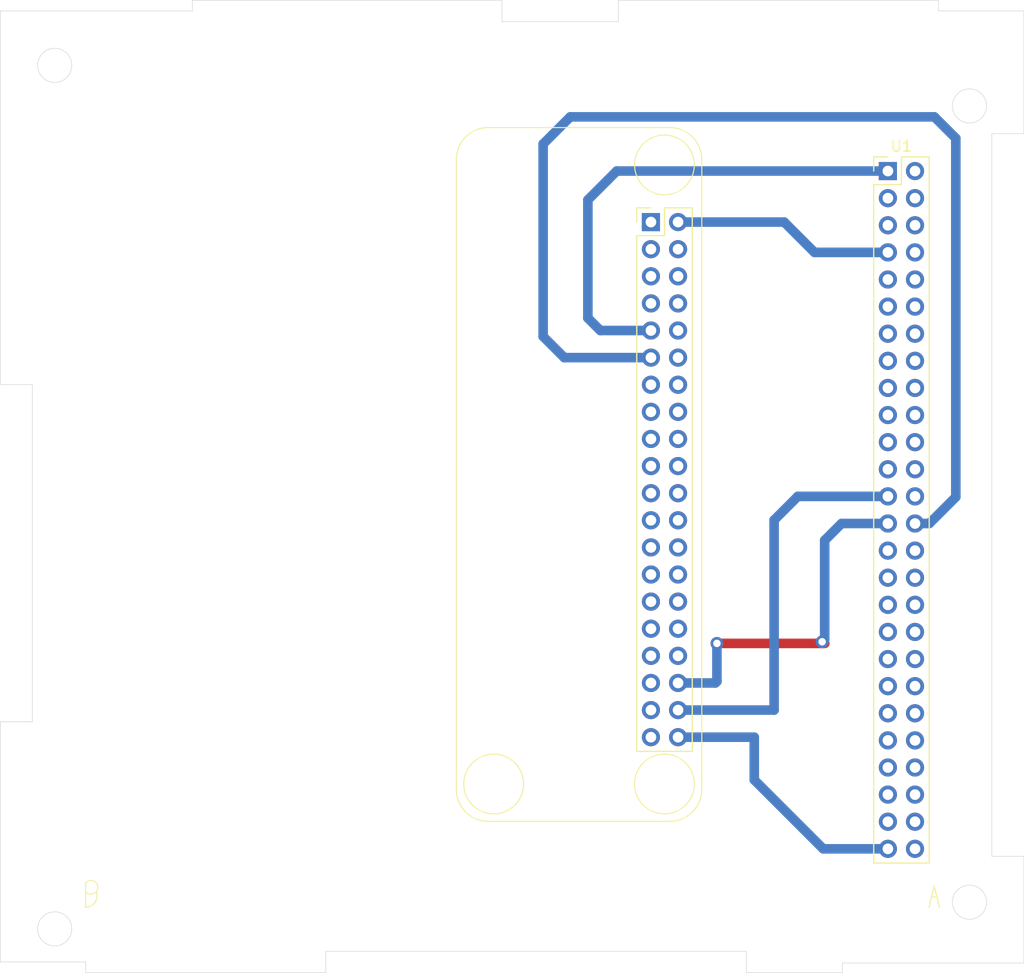
<source format=kicad_pcb>
(kicad_pcb (version 20240108) (generator "pcbnew") (generator_version "8.0")
  (layers (0 "F.Cu" signal) (31 "B.Cu" signal) (34 "B.Paste" user) (35 "F.Paste" user) (36 "B.SilkS" user "B.Silkscreen") (37 "F.SilkS" user "F.Silkscreen") (38 "B.Mask" user) (39 "F.Mask" user) (44 "Edge.Cuts" user))
  (net 0 "")
  (net 76 "Net-(U1-Pad1)")
  (net 77 "Net-(U1-Pad51)")
  (net 79 "Net-(U1-Pad7)")
  (net 82 "Net-(U1-Pad28)")
  (net 85 "Net-(U1-Pad27)")
  (net 86 "Net-(U1-Pad25)")
  (footprint "Library_0:raspberry-pi-zero-2x20" (layer "F.Cu") (at 110.96 44.78)
    (property "Reference" "U2" (hide yes))
    (property "Value" "~")
    (fp_line (start -1.33 -1.33) (end 0 -1.33) (stroke (width 0.12)) (layer "F.SilkS"))
    (fp_line (start -1.33 0) (end -1.33 -1.33) (stroke (width 0.12)) (layer "F.SilkS"))
    (fp_line (start -1.33 1.27) (end -1.33 49.59) (stroke (width 0.12)) (layer "F.SilkS"))
    (fp_line (start -1.33 1.27) (end 1.27 1.27) (stroke (width 0.12)) (layer "F.SilkS"))
    (fp_line (start -1.33 49.59) (end 3.87 49.59) (stroke (width 0.12)) (layer "F.SilkS"))
    (fp_line (start 1.27 -1.33) (end 3.87 -1.33) (stroke (width 0.12)) (layer "F.SilkS"))
    (fp_line (start 1.27 1.27) (end 1.27 -1.33) (stroke (width 0.12)) (layer "F.SilkS"))
    (fp_line (start 3.87 -1.33) (end 3.87 49.59) (stroke (width 0.12)) (layer "F.SilkS"))
    (pad "1" thru_hole rect (at 0 0) (size 1.7 1.7) (drill 1) (layers "*.Cu" "*.Mask"))
    (pad "2" thru_hole oval (at 2.54 0) (size 1.7 1.7) (drill 1) (layers "*.Cu" "*.Mask") (net 79 "Net-(U1-Pad7)"))
    (pad "3" thru_hole oval (at 0 2.54) (size 1.7 1.7) (drill 1) (layers "*.Cu" "*.Mask"))
    (pad "4" thru_hole oval (at 2.54 2.54) (size 1.7 1.7) (drill 1) (layers "*.Cu" "*.Mask"))
    (pad "5" thru_hole oval (at 0 5.08) (size 1.7 1.7) (drill 1) (layers "*.Cu" "*.Mask"))
    (pad "6" thru_hole oval (at 2.54 5.08) (size 1.7 1.7) (drill 1) (layers "*.Cu" "*.Mask"))
    (pad "7" thru_hole oval (at 0 7.62) (size 1.7 1.7) (drill 1) (layers "*.Cu" "*.Mask"))
    (pad "8" thru_hole oval (at 2.54 7.62) (size 1.7 1.7) (drill 1) (layers "*.Cu" "*.Mask"))
    (pad "9" thru_hole oval (at 0 10.16) (size 1.7 1.7) (drill 1) (layers "*.Cu" "*.Mask") (net 76 "Net-(U1-Pad1)"))
    (pad "10" thru_hole oval (at 2.54 10.16) (size 1.7 1.7) (drill 1) (layers "*.Cu" "*.Mask"))
    (pad "11" thru_hole oval (at 0 12.7) (size 1.7 1.7) (drill 1) (layers "*.Cu" "*.Mask") (net 82 "Net-(U1-Pad28)"))
    (pad "12" thru_hole oval (at 2.54 12.7) (size 1.7 1.7) (drill 1) (layers "*.Cu" "*.Mask"))
    (pad "13" thru_hole oval (at 0 15.24) (size 1.7 1.7) (drill 1) (layers "*.Cu" "*.Mask"))
    (pad "14" thru_hole oval (at 2.54 15.24) (size 1.7 1.7) (drill 1) (layers "*.Cu" "*.Mask"))
    (pad "15" thru_hole oval (at 0 17.78) (size 1.7 1.7) (drill 1) (layers "*.Cu" "*.Mask"))
    (pad "16" thru_hole oval (at 2.54 17.78) (size 1.7 1.7) (drill 1) (layers "*.Cu" "*.Mask"))
    (pad "17" thru_hole oval (at 0 20.32) (size 1.7 1.7) (drill 1) (layers "*.Cu" "*.Mask"))
    (pad "18" thru_hole oval (at 2.54 20.32) (size 1.7 1.7) (drill 1) (layers "*.Cu" "*.Mask"))
    (pad "19" thru_hole oval (at 0 22.86) (size 1.7 1.7) (drill 1) (layers "*.Cu" "*.Mask"))
    (pad "20" thru_hole oval (at 2.54 22.86) (size 1.7 1.7) (drill 1) (layers "*.Cu" "*.Mask"))
    (pad "21" thru_hole oval (at 0 25.4) (size 1.7 1.7) (drill 1) (layers "*.Cu" "*.Mask"))
    (pad "22" thru_hole oval (at 2.54 25.4) (size 1.7 1.7) (drill 1) (layers "*.Cu" "*.Mask"))
    (pad "23" thru_hole oval (at 0 27.94) (size 1.7 1.7) (drill 1) (layers "*.Cu" "*.Mask"))
    (pad "24" thru_hole oval (at 2.54 27.94) (size 1.7 1.7) (drill 1) (layers "*.Cu" "*.Mask"))
    (pad "25" thru_hole oval (at 0 30.48) (size 1.7 1.7) (drill 1) (layers "*.Cu" "*.Mask"))
    (pad "26" thru_hole oval (at 2.54 30.48) (size 1.7 1.7) (drill 1) (layers "*.Cu" "*.Mask"))
    (pad "27" thru_hole oval (at 0 33.02) (size 1.7 1.7) (drill 1) (layers "*.Cu" "*.Mask"))
    (pad "28" thru_hole oval (at 2.54 33.02) (size 1.7 1.7) (drill 1) (layers "*.Cu" "*.Mask"))
    (pad "29" thru_hole oval (at 0 35.56) (size 1.7 1.7) (drill 1) (layers "*.Cu" "*.Mask"))
    (pad "30" thru_hole oval (at 2.54 35.56) (size 1.7 1.7) (drill 1) (layers "*.Cu" "*.Mask"))
    (pad "31" thru_hole oval (at 0 38.1) (size 1.7 1.7) (drill 1) (layers "*.Cu" "*.Mask"))
    (pad "32" thru_hole oval (at 2.54 38.1) (size 1.7 1.7) (drill 1) (layers "*.Cu" "*.Mask"))
    (pad "33" thru_hole oval (at 0 40.64) (size 1.7 1.7) (drill 1) (layers "*.Cu" "*.Mask"))
    (pad "34" thru_hole oval (at 2.54 40.64) (size 1.7 1.7) (drill 1) (layers "*.Cu" "*.Mask"))
    (pad "35" thru_hole oval (at 0 43.18) (size 1.7 1.7) (drill 1) (layers "*.Cu" "*.Mask"))
    (pad "36" thru_hole oval (at 2.54 43.18) (size 1.7 1.7) (drill 1) (layers "*.Cu" "*.Mask") (net 85 "Net-(U1-Pad27)"))
    (pad "37" thru_hole oval (at 0 45.72) (size 1.7 1.7) (drill 1) (layers "*.Cu" "*.Mask"))
    (pad "38" thru_hole oval (at 2.54 45.72) (size 1.7 1.7) (drill 1) (layers "*.Cu" "*.Mask") (net 86 "Net-(U1-Pad25)"))
    (pad "39" thru_hole oval (at 0 48.26) (size 1.7 1.7) (drill 1) (layers "*.Cu" "*.Mask"))
    (pad "40" thru_hole oval (at 2.54 48.26) (size 1.7 1.7) (drill 1) (layers "*.Cu" "*.Mask") (net 77 "Net-(U1-Pad51)"))
  )
  (footprint "Library_0:Esat-Header_2x26" (layer "F.Cu") (at 133.16 40)
    (property "Reference" "U1" (at 1.27 -2.33 0) (layer "F.SilkS"))
    (property "Value" "~" (hide yes))
    (fp_line (start -1.33 -1.33) (end 0 -1.33) (stroke (width 0.12)) (layer "F.SilkS"))
    (fp_line (start -1.33 0) (end -1.33 -1.33) (stroke (width 0.12)) (layer "F.SilkS"))
    (fp_line (start -1.33 1.27) (end -1.33 64.83) (stroke (width 0.12)) (layer "F.SilkS"))
    (fp_line (start -1.33 1.27) (end 1.27 1.27) (stroke (width 0.12)) (layer "F.SilkS"))
    (fp_line (start -1.33 64.83) (end 3.87 64.83) (stroke (width 0.12)) (layer "F.SilkS"))
    (fp_line (start 1.27 -1.33) (end 3.87 -1.33) (stroke (width 0.12)) (layer "F.SilkS"))
    (fp_line (start 1.27 1.27) (end 1.27 -1.33) (stroke (width 0.12)) (layer "F.SilkS"))
    (fp_line (start 3.87 -1.33) (end 3.87 64.83) (stroke (width 0.12)) (layer "F.SilkS"))
    (pad "1" thru_hole rect (at 0 0) (size 1.7 1.7) (drill 1) (layers "*.Cu" "*.Mask") (net 76 "Net-(U1-Pad1)"))
    (pad "2" thru_hole oval (at 2.54 0) (size 1.7 1.7) (drill 1) (layers "*.Cu" "*.Mask"))
    (pad "3" thru_hole oval (at 0 2.54) (size 1.7 1.7) (drill 1) (layers "*.Cu" "*.Mask"))
    (pad "4" thru_hole oval (at 2.54 2.54) (size 1.7 1.7) (drill 1) (layers "*.Cu" "*.Mask"))
    (pad "5" thru_hole oval (at 0 5.08) (size 1.7 1.7) (drill 1) (layers "*.Cu" "*.Mask"))
    (pad "6" thru_hole oval (at 2.54 5.08) (size 1.7 1.7) (drill 1) (layers "*.Cu" "*.Mask"))
    (pad "7" thru_hole oval (at 0 7.62) (size 1.7 1.7) (drill 1) (layers "*.Cu" "*.Mask") (net 79 "Net-(U1-Pad7)"))
    (pad "8" thru_hole oval (at 2.54 7.62) (size 1.7 1.7) (drill 1) (layers "*.Cu" "*.Mask"))
    (pad "9" thru_hole oval (at 0 10.16) (size 1.7 1.7) (drill 1) (layers "*.Cu" "*.Mask"))
    (pad "10" thru_hole oval (at 2.54 10.16) (size 1.7 1.7) (drill 1) (layers "*.Cu" "*.Mask"))
    (pad "11" thru_hole oval (at 0 12.7) (size 1.7 1.7) (drill 1) (layers "*.Cu" "*.Mask"))
    (pad "12" thru_hole oval (at 2.54 12.7) (size 1.7 1.7) (drill 1) (layers "*.Cu" "*.Mask"))
    (pad "13" thru_hole oval (at 0 15.24) (size 1.7 1.7) (drill 1) (layers "*.Cu" "*.Mask"))
    (pad "14" thru_hole oval (at 2.54 15.24) (size 1.7 1.7) (drill 1) (layers "*.Cu" "*.Mask"))
    (pad "15" thru_hole oval (at 0 17.78) (size 1.7 1.7) (drill 1) (layers "*.Cu" "*.Mask"))
    (pad "16" thru_hole oval (at 2.54 17.78) (size 1.7 1.7) (drill 1) (layers "*.Cu" "*.Mask"))
    (pad "17" thru_hole oval (at 0 20.32) (size 1.7 1.7) (drill 1) (layers "*.Cu" "*.Mask"))
    (pad "18" thru_hole oval (at 2.54 20.32) (size 1.7 1.7) (drill 1) (layers "*.Cu" "*.Mask"))
    (pad "19" thru_hole oval (at 0 22.86) (size 1.7 1.7) (drill 1) (layers "*.Cu" "*.Mask"))
    (pad "20" thru_hole oval (at 2.54 22.86) (size 1.7 1.7) (drill 1) (layers "*.Cu" "*.Mask"))
    (pad "21" thru_hole oval (at 0 25.4) (size 1.7 1.7) (drill 1) (layers "*.Cu" "*.Mask"))
    (pad "22" thru_hole oval (at 2.54 25.4) (size 1.7 1.7) (drill 1) (layers "*.Cu" "*.Mask"))
    (pad "23" thru_hole oval (at 0 27.94) (size 1.7 1.7) (drill 1) (layers "*.Cu" "*.Mask"))
    (pad "24" thru_hole oval (at 2.54 27.94) (size 1.7 1.7) (drill 1) (layers "*.Cu" "*.Mask"))
    (pad "25" thru_hole oval (at 0 30.48) (size 1.7 1.7) (drill 1) (layers "*.Cu" "*.Mask") (net 86 "Net-(U1-Pad25)"))
    (pad "26" thru_hole oval (at 2.54 30.48) (size 1.7 1.7) (drill 1) (layers "*.Cu" "*.Mask"))
    (pad "27" thru_hole oval (at 0 33.02) (size 1.7 1.7) (drill 1) (layers "*.Cu" "*.Mask") (net 85 "Net-(U1-Pad27)"))
    (pad "28" thru_hole oval (at 2.54 33.02) (size 1.7 1.7) (drill 1) (layers "*.Cu" "*.Mask") (net 82 "Net-(U1-Pad28)"))
    (pad "29" thru_hole oval (at 0 35.56) (size 1.7 1.7) (drill 1) (layers "*.Cu" "*.Mask"))
    (pad "30" thru_hole oval (at 2.54 35.56) (size 1.7 1.7) (drill 1) (layers "*.Cu" "*.Mask"))
    (pad "31" thru_hole oval (at 0 38.1) (size 1.7 1.7) (drill 1) (layers "*.Cu" "*.Mask"))
    (pad "32" thru_hole oval (at 2.54 38.1) (size 1.7 1.7) (drill 1) (layers "*.Cu" "*.Mask"))
    (pad "33" thru_hole oval (at 0 40.64) (size 1.7 1.7) (drill 1) (layers "*.Cu" "*.Mask"))
    (pad "34" thru_hole oval (at 2.54 40.64) (size 1.7 1.7) (drill 1) (layers "*.Cu" "*.Mask"))
    (pad "35" thru_hole oval (at 0 43.18) (size 1.7 1.7) (drill 1) (layers "*.Cu" "*.Mask"))
    (pad "36" thru_hole oval (at 2.54 43.18) (size 1.7 1.7) (drill 1) (layers "*.Cu" "*.Mask"))
    (pad "37" thru_hole oval (at 0 45.72) (size 1.7 1.7) (drill 1) (layers "*.Cu" "*.Mask"))
    (pad "38" thru_hole oval (at 2.54 45.72) (size 1.7 1.7) (drill 1) (layers "*.Cu" "*.Mask"))
    (pad "39" thru_hole oval (at 0 48.26) (size 1.7 1.7) (drill 1) (layers "*.Cu" "*.Mask"))
    (pad "40" thru_hole oval (at 2.54 48.26) (size 1.7 1.7) (drill 1) (layers "*.Cu" "*.Mask"))
    (pad "41" thru_hole oval (at 0 50.8) (size 1.7 1.7) (drill 1) (layers "*.Cu" "*.Mask"))
    (pad "42" thru_hole oval (at 2.54 50.8) (size 1.7 1.7) (drill 1) (layers "*.Cu" "*.Mask"))
    (pad "43" thru_hole oval (at 0 53.34) (size 1.7 1.7) (drill 1) (layers "*.Cu" "*.Mask"))
    (pad "44" thru_hole oval (at 2.54 53.34) (size 1.7 1.7) (drill 1) (layers "*.Cu" "*.Mask"))
    (pad "45" thru_hole oval (at 0 55.88) (size 1.7 1.7) (drill 1) (layers "*.Cu" "*.Mask"))
    (pad "46" thru_hole oval (at 2.54 55.88) (size 1.7 1.7) (drill 1) (layers "*.Cu" "*.Mask"))
    (pad "47" thru_hole oval (at 0 58.42) (size 1.7 1.7) (drill 1) (layers "*.Cu" "*.Mask"))
    (pad "48" thru_hole oval (at 2.54 58.42) (size 1.7 1.7) (drill 1) (layers "*.Cu" "*.Mask"))
    (pad "49" thru_hole oval (at 0 60.96) (size 1.7 1.7) (drill 1) (layers "*.Cu" "*.Mask"))
    (pad "50" thru_hole oval (at 2.54 60.96) (size 1.7 1.7) (drill 1) (layers "*.Cu" "*.Mask"))
    (pad "51" thru_hole oval (at 0 63.5) (size 1.7 1.7) (drill 1) (layers "*.Cu" "*.Mask") (net 77 "Net-(U1-Pad51)"))
    (pad "52" thru_hole oval (at 2.54 63.5) (size 1.7 1.7) (drill 1) (layers "*.Cu" "*.Mask"))
  )
  (gr_circle (center 112.225 39.425) (end 115.025 39.425) (stroke (width 0.1)) (fill none) (layer "F.SilkS"))
  (gr_line (start 95.725 100.925) (end 112.725 100.925) (stroke (width 0.1)) (layer "F.SilkS"))
  (gr_line (start 92.725 68.425) (end 92.725 38.925) (stroke (width 0.1)) (layer "F.SilkS"))
  (gr_line (start 92.725 68.425) (end 92.725 97.925) (stroke (width 0.1)) (layer "F.SilkS"))
  (gr_line (start 137.75 108) (end 137.25 108) (stroke (width 0.1)) (layer "F.SilkS"))
  (gr_arc (start 95.725 100.925) (mid 93.60368 100.04632) (end 92.725 97.925) (stroke (width 0.1)) (layer "F.SilkS"))
  (gr_arc (start 115.725 97.925) (mid 114.84632 100.04632) (end 112.725 100.925) (stroke (width 0.1)) (layer "F.SilkS"))
  (gr_line (start 137.5 107) (end 138 109) (stroke (width 0.1)) (layer "F.SilkS"))
  (gr_line (start 58 109) (end 58 106.7) (stroke (width 0.1)) (layer "F.SilkS"))
  (gr_line (start 115.725 38.925) (end 115.725 97.925) (stroke (width 0.1)) (layer "F.SilkS"))
  (gr_arc (start 58 106.7) (mid 59.139333 107.06459) (end 58.047231 107.552769) (stroke (width 0.1)) (layer "F.SilkS"))
  (gr_circle (center 112.225 97.425) (end 115.025 97.425) (stroke (width 0.1)) (fill none) (layer "F.SilkS"))
  (gr_line (start 95.725 35.925) (end 112.725 35.925) (stroke (width 0.1)) (layer "F.SilkS"))
  (gr_arc (start 92.725 38.925) (mid 93.60368 36.80368) (end 95.725 35.925) (stroke (width 0.1)) (layer "F.SilkS"))
  (gr_line (start 137 109) (end 137.5 107) (stroke (width 0.1)) (layer "F.SilkS"))
  (gr_arc (start 59 107.6) (mid 58.854058 108.548074) (end 58 108.984797) (stroke (width 0.1)) (layer "F.SilkS"))
  (gr_circle (center 96.225 97.425) (end 93.425 97.425) (stroke (width 0.1)) (fill none) (layer "F.SilkS"))
  (gr_arc (start 112.725 35.925) (mid 114.84632 36.80368) (end 115.725 38.925) (stroke (width 0.1)) (layer "F.SilkS"))
  (gr_line (start 58 115.1) (end 58 114.1) (stroke (width 0.05)) (layer "Edge.Cuts"))
  (gr_line (start 50 91.6) (end 53 91.6) (stroke (width 0.05)) (layer "Edge.Cuts"))
  (gr_line (start 128.9 114.2) (end 128.9 115.1) (stroke (width 0.05)) (layer "Edge.Cuts"))
  (gr_circle (center 55.1 30.1) (end 55.1 28.5) (stroke (width 0.05)) (fill none) (layer "Edge.Cuts"))
  (gr_line (start 53 91.6) (end 53 60) (stroke (width 0.05)) (layer "Edge.Cuts"))
  (gr_line (start 119.9 115.1) (end 119.9 113.1) (stroke (width 0.05)) (layer "Edge.Cuts"))
  (gr_line (start 137.9 24) (end 137.9 25) (stroke (width 0.05)) (layer "Edge.Cuts"))
  (gr_line (start 119.9 113.1) (end 80.5 113.1) (stroke (width 0.05)) (layer "Edge.Cuts"))
  (gr_line (start 97 26) (end 107.9 26) (stroke (width 0.05)) (layer "Edge.Cuts"))
  (gr_line (start 137.9 25) (end 145.9 25) (stroke (width 0.05)) (layer "Edge.Cuts"))
  (gr_line (start 68 24) (end 97 24) (stroke (width 0.05)) (layer "Edge.Cuts"))
  (gr_line (start 142.9 104.2) (end 145.9 104.2) (stroke (width 0.05)) (layer "Edge.Cuts"))
  (gr_line (start 142.9 104.2) (end 142.9 36.5) (stroke (width 0.05)) (layer "Edge.Cuts"))
  (gr_circle (center 140.8 33.9) (end 140.8 32.3) (stroke (width 0.05)) (fill none) (layer "Edge.Cuts"))
  (gr_line (start 50 60) (end 50 25) (stroke (width 0.05)) (layer "Edge.Cuts"))
  (gr_line (start 107.9 26) (end 107.9 24) (stroke (width 0.05)) (layer "Edge.Cuts"))
  (gr_line (start 68 25) (end 68 24) (stroke (width 0.05)) (layer "Edge.Cuts"))
  (gr_circle (center 140.8 108.5) (end 140.8 110.1) (stroke (width 0.05)) (fill none) (layer "Edge.Cuts"))
  (gr_line (start 107.9 24) (end 137.9 24) (stroke (width 0.05)) (layer "Edge.Cuts"))
  (gr_line (start 145.9 25) (end 145.9 36.5) (stroke (width 0.05)) (layer "Edge.Cuts"))
  (gr_line (start 145.9 104.2) (end 145.9 114.2) (stroke (width 0.05)) (layer "Edge.Cuts"))
  (gr_line (start 145.9 36.5) (end 142.9 36.5) (stroke (width 0.05)) (layer "Edge.Cuts"))
  (gr_line (start 80.5 113.1) (end 80.5 115.1) (stroke (width 0.05)) (layer "Edge.Cuts"))
  (gr_line (start 128.9 115.1) (end 119.9 115.1) (stroke (width 0.05)) (layer "Edge.Cuts"))
  (gr_line (start 50 114.1) (end 50 91.6) (stroke (width 0.05)) (layer "Edge.Cuts"))
  (gr_line (start 80.5 115.1) (end 58 115.1) (stroke (width 0.05)) (layer "Edge.Cuts"))
  (gr_line (start 97 24) (end 97 26) (stroke (width 0.05)) (layer "Edge.Cuts"))
  (gr_line (start 58 114.1) (end 50 114.1) (stroke (width 0.05)) (layer "Edge.Cuts"))
  (gr_circle (center 55.1 111) (end 55.1 109.4) (stroke (width 0.05)) (fill none) (layer "Edge.Cuts"))
  (gr_line (start 53 60) (end 50 60) (stroke (width 0.05)) (layer "Edge.Cuts"))
  (gr_line (start 50 25) (end 68 25) (stroke (width 0.05)) (layer "Edge.Cuts"))
  (gr_line (start 145.9 114.2) (end 128.9 114.2) (stroke (width 0.05)) (layer "Edge.Cuts"))
  (segment (start 106.8753 40.8753) (end 105.0506 42.7) (width 0.9) (layer "B.Cu") (net 76))
  (segment (start 105.0506 42.7) (end 105.0506 53.7734) (width 0.9) (layer "B.Cu") (net 76))
  (segment (start 133.16 40) (end 107.7506 40) (width 0.9) (layer "B.Cu") (net 76))
  (segment (start 107.7506 40) (end 106.8753 40.8753) (width 0.9) (layer "B.Cu") (net 76))
  (segment (start 106.2172 54.94) (end 110.96 54.94) (width 0.9) (layer "B.Cu") (net 76))
  (segment (start 105.0506 53.7734) (end 106.2172 54.94) (width 0.9) (layer "B.Cu") (net 76))
  (segment (start 120.64 97.04) (end 125.8 102.2) (width 0.9) (layer "B.Cu") (net 77))
  (segment (start 133.16 103.5) (end 127.1 103.5) (width 0.9) (layer "B.Cu") (net 77))
  (segment (start 120.64 93.04) (end 120.64 97.04) (width 0.9) (layer "B.Cu") (net 77))
  (segment (start 113.5 93.04) (end 120.64 93.04) (width 0.9) (layer "B.Cu") (net 77))
  (segment (start 127.1 103.5) (end 125.8 102.2) (width 0.9) (layer "B.Cu") (net 77))
  (segment (start 126.2838 47.62) (end 123.4438 44.78) (width 0.9) (layer "B.Cu") (net 79))
  (segment (start 133.16 47.62) (end 126.2838 47.62) (width 0.9) (layer "B.Cu") (net 79))
  (segment (start 123.4438 44.78) (end 113.5 44.78) (width 0.9) (layer "B.Cu") (net 79))
  (segment (start 110.96 57.48) (end 102.839 57.48) (width 0.9) (layer "B.Cu") (net 82))
  (segment (start 135.7 73.02) (end 137.038 73.02) (width 0.9) (layer "B.Cu") (net 82))
  (segment (start 102.839 57.48) (end 100.8596 55.5006) (width 0.9) (layer "B.Cu") (net 82))
  (segment (start 103.4 34.925) (end 100.8596 37.4654) (width 0.9) (layer "B.Cu") (net 82))
  (segment (start 137.038 73.02) (end 139.5222 70.5358) (width 0.9) (layer "B.Cu") (net 82))
  (segment (start 100.8596 55.5006) (end 100.8596 37.4654) (width 0.9) (layer "B.Cu") (net 82))
  (segment (start 139.5222 36.9316) (end 139.5222 70.5358) (width 0.9) (layer "B.Cu") (net 82))
  (segment (start 137.5156 34.925) (end 139.5222 36.9316) (width 0.9) (layer "B.Cu") (net 82))
  (segment (start 137.5156 34.925) (end 103.4 34.925) (width 0.9) (layer "B.Cu") (net 82))
  (segment (start 117.1421 84.2526) (end 127.2513 84.2526) (width 0.9) (layer "F.Cu") (net 85))
  (via (at 117.1421 84.2526) (size 1.2) (drill 0.7) (layers "F.Cu" "B.Cu") (net 85))
  (via (at 127 84.1) (size 1.2) (drill 0.7) (layers "F.Cu" "B.Cu") (net 85))
  (segment (start 128.8182 73.02) (end 127.2382 74.6) (width 0.9) (layer "B.Cu") (net 85))
  (segment (start 117.1421 84.2526) (end 117.1421 87.8179) (width 0.9) (layer "B.Cu") (net 85))
  (segment (start 117.1421 87.8179) (end 117 87.96) (width 0.9) (layer "B.Cu") (net 85))
  (segment (start 127.2382 83.8618) (end 127 84.1) (width 0.9) (layer "B.Cu") (net 85))
  (segment (start 133.16 73.02) (end 128.8182 73.02) (width 0.9) (layer "B.Cu") (net 85))
  (segment (start 127.2382 74.6) (end 127.2382 83.8618) (width 0.9) (layer "B.Cu") (net 85))
  (segment (start 113.5 87.96) (end 117 87.96) (width 0.9) (layer "B.Cu") (net 85))
  (segment (start 122.5 90.5) (end 113.5 90.5) (width 0.9) (layer "B.Cu") (net 86))
  (segment (start 133.16 70.48) (end 124.72 70.48) (width 0.9) (layer "B.Cu") (net 86))
  (segment (start 124.72 70.48) (end 122.5 72.7) (width 0.9) (layer "B.Cu") (net 86))
  (segment (start 122.5 72.7) (end 122.5 90.5) (width 0.9) (layer "B.Cu") (net 86))
)
</source>
